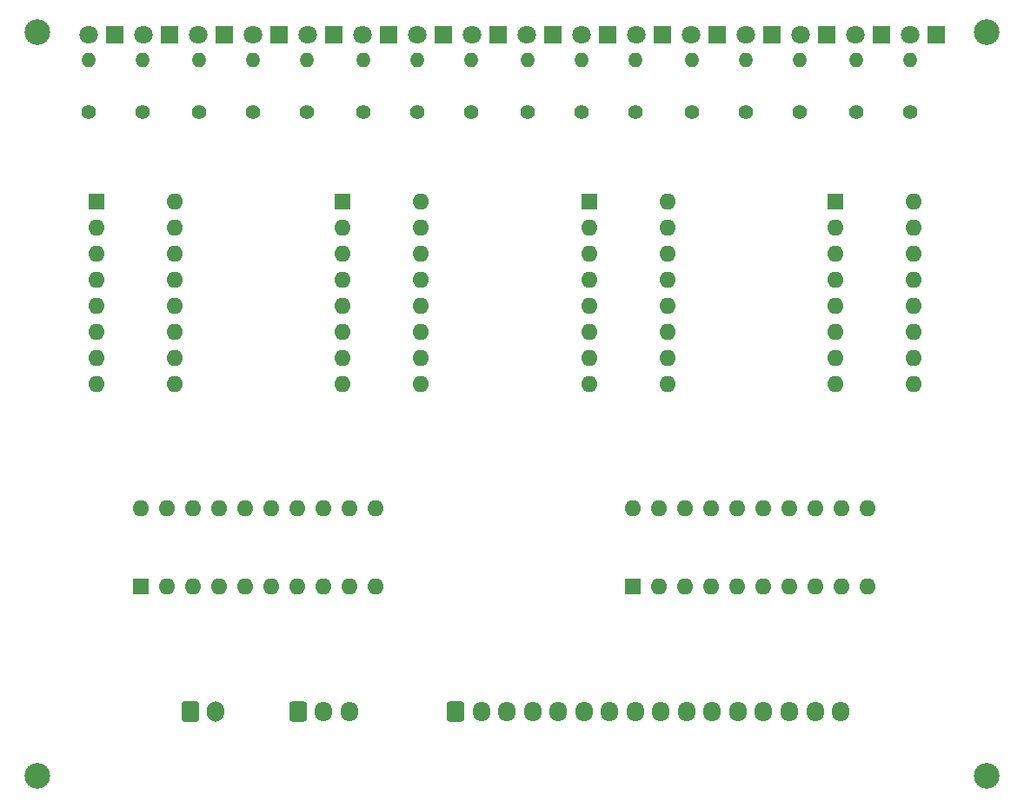
<source format=gbr>
%TF.GenerationSoftware,KiCad,Pcbnew,8.0.4*%
%TF.CreationDate,2024-08-27T00:00:19+03:00*%
%TF.ProjectId,SH8,5348382e-6b69-4636-9164-5f7063625858,rev?*%
%TF.SameCoordinates,Original*%
%TF.FileFunction,Soldermask,Top*%
%TF.FilePolarity,Negative*%
%FSLAX46Y46*%
G04 Gerber Fmt 4.6, Leading zero omitted, Abs format (unit mm)*
G04 Created by KiCad (PCBNEW 8.0.4) date 2024-08-27 00:00:19*
%MOMM*%
%LPD*%
G01*
G04 APERTURE LIST*
G04 Aperture macros list*
%AMRoundRect*
0 Rectangle with rounded corners*
0 $1 Rounding radius*
0 $2 $3 $4 $5 $6 $7 $8 $9 X,Y pos of 4 corners*
0 Add a 4 corners polygon primitive as box body*
4,1,4,$2,$3,$4,$5,$6,$7,$8,$9,$2,$3,0*
0 Add four circle primitives for the rounded corners*
1,1,$1+$1,$2,$3*
1,1,$1+$1,$4,$5*
1,1,$1+$1,$6,$7*
1,1,$1+$1,$8,$9*
0 Add four rect primitives between the rounded corners*
20,1,$1+$1,$2,$3,$4,$5,0*
20,1,$1+$1,$4,$5,$6,$7,0*
20,1,$1+$1,$6,$7,$8,$9,0*
20,1,$1+$1,$8,$9,$2,$3,0*%
G04 Aperture macros list end*
%ADD10C,1.400000*%
%ADD11O,1.400000X1.400000*%
%ADD12RoundRect,0.250000X-0.600000X-0.725000X0.600000X-0.725000X0.600000X0.725000X-0.600000X0.725000X0*%
%ADD13O,1.700000X1.950000*%
%ADD14R,1.800000X1.800000*%
%ADD15C,1.800000*%
%ADD16R,1.600000X1.600000*%
%ADD17O,1.600000X1.600000*%
%ADD18C,2.500000*%
%ADD19RoundRect,0.250000X-0.600000X-0.750000X0.600000X-0.750000X0.600000X0.750000X-0.600000X0.750000X0*%
%ADD20O,1.700000X2.000000*%
G04 APERTURE END LIST*
D10*
%TO.C,R15*%
X101000000Y-31330000D03*
D11*
X101000000Y-26250000D03*
%TD*%
D10*
%TO.C,R14*%
X95500000Y-31330000D03*
D11*
X95500000Y-26250000D03*
%TD*%
D10*
%TO.C,R5*%
X47500000Y-31330000D03*
D11*
X47500000Y-26250000D03*
%TD*%
D12*
%TO.C,J1*%
X62000000Y-89750000D03*
D13*
X64500000Y-89750000D03*
X67000000Y-89750000D03*
X69500000Y-89750000D03*
X72000000Y-89750000D03*
X74500000Y-89750000D03*
X77000000Y-89750000D03*
X79500000Y-89750000D03*
X82000000Y-89750000D03*
X84500000Y-89750000D03*
X87000000Y-89750000D03*
X89500000Y-89750000D03*
X92000000Y-89750000D03*
X94500000Y-89750000D03*
X97000000Y-89750000D03*
X99500000Y-89750000D03*
%TD*%
D14*
%TO.C,D12*%
X87441663Y-23750000D03*
D15*
X84901663Y-23750000D03*
%TD*%
D12*
%TO.C,J2*%
X46650000Y-89750000D03*
D13*
X49150000Y-89750000D03*
X51650000Y-89750000D03*
%TD*%
D14*
%TO.C,D11*%
X82108330Y-23750000D03*
D15*
X79568330Y-23750000D03*
%TD*%
D16*
%TO.C,U3*%
X27000000Y-40000000D03*
D17*
X27000000Y-42540000D03*
X27000000Y-45080000D03*
X27000000Y-47620000D03*
X27000000Y-50160000D03*
X27000000Y-52700000D03*
X27000000Y-55240000D03*
X27000000Y-57780000D03*
X34620000Y-57780000D03*
X34620000Y-55240000D03*
X34620000Y-52700000D03*
X34620000Y-50160000D03*
X34620000Y-47620000D03*
X34620000Y-45080000D03*
X34620000Y-42540000D03*
X34620000Y-40000000D03*
%TD*%
D14*
%TO.C,D16*%
X108775000Y-23750000D03*
D15*
X106235000Y-23750000D03*
%TD*%
D10*
%TO.C,R2*%
X31500000Y-31330000D03*
D11*
X31500000Y-26250000D03*
%TD*%
D10*
%TO.C,R4*%
X42250000Y-31330000D03*
D11*
X42250000Y-26250000D03*
%TD*%
D14*
%TO.C,D2*%
X34108333Y-23750000D03*
D15*
X31568333Y-23750000D03*
%TD*%
D18*
%TO.C,REF\u002A\u002A*%
X113750000Y-23500000D03*
%TD*%
D16*
%TO.C,U4*%
X51000000Y-40000000D03*
D17*
X51000000Y-42540000D03*
X51000000Y-45080000D03*
X51000000Y-47620000D03*
X51000000Y-50160000D03*
X51000000Y-52700000D03*
X51000000Y-55240000D03*
X51000000Y-57780000D03*
X58620000Y-57780000D03*
X58620000Y-55240000D03*
X58620000Y-52700000D03*
X58620000Y-50160000D03*
X58620000Y-47620000D03*
X58620000Y-45080000D03*
X58620000Y-42540000D03*
X58620000Y-40000000D03*
%TD*%
D16*
%TO.C,U5*%
X75000000Y-40000000D03*
D17*
X75000000Y-42540000D03*
X75000000Y-45080000D03*
X75000000Y-47620000D03*
X75000000Y-50160000D03*
X75000000Y-52700000D03*
X75000000Y-55240000D03*
X75000000Y-57780000D03*
X82620000Y-57780000D03*
X82620000Y-55240000D03*
X82620000Y-52700000D03*
X82620000Y-50160000D03*
X82620000Y-47620000D03*
X82620000Y-45080000D03*
X82620000Y-42540000D03*
X82620000Y-40000000D03*
%TD*%
D16*
%TO.C,U2*%
X31300000Y-77550000D03*
D17*
X33840000Y-77550000D03*
X36380000Y-77550000D03*
X38920000Y-77550000D03*
X41460000Y-77550000D03*
X44000000Y-77550000D03*
X46540000Y-77550000D03*
X49080000Y-77550000D03*
X51620000Y-77550000D03*
X54160000Y-77550000D03*
X54160000Y-69930000D03*
X51620000Y-69930000D03*
X49080000Y-69930000D03*
X46540000Y-69930000D03*
X44000000Y-69930000D03*
X41460000Y-69930000D03*
X38920000Y-69930000D03*
X36380000Y-69930000D03*
X33840000Y-69930000D03*
X31300000Y-69930000D03*
%TD*%
D10*
%TO.C,R11*%
X79500000Y-31290000D03*
D11*
X79500000Y-26210000D03*
%TD*%
D10*
%TO.C,R8*%
X63500000Y-31290000D03*
D11*
X63500000Y-26210000D03*
%TD*%
D18*
%TO.C,REF\u002A\u002A*%
X21250000Y-23500000D03*
%TD*%
D14*
%TO.C,D14*%
X98108329Y-23750000D03*
D15*
X95568329Y-23750000D03*
%TD*%
D14*
%TO.C,D15*%
X103441662Y-23750000D03*
D15*
X100901662Y-23750000D03*
%TD*%
D10*
%TO.C,R16*%
X106250000Y-31330000D03*
D11*
X106250000Y-26250000D03*
%TD*%
D14*
%TO.C,D7*%
X60774998Y-23750000D03*
D15*
X58234998Y-23750000D03*
%TD*%
D10*
%TO.C,R13*%
X90250000Y-31330000D03*
D11*
X90250000Y-26250000D03*
%TD*%
D14*
%TO.C,D13*%
X92774996Y-23750000D03*
D15*
X90234996Y-23750000D03*
%TD*%
D10*
%TO.C,R12*%
X85000000Y-31330000D03*
D11*
X85000000Y-26250000D03*
%TD*%
D14*
%TO.C,D3*%
X39441666Y-23750000D03*
D15*
X36901666Y-23750000D03*
%TD*%
D18*
%TO.C,REF\u002A\u002A*%
X21250000Y-96000000D03*
%TD*%
D16*
%TO.C,U6*%
X99000000Y-40000000D03*
D17*
X99000000Y-42540000D03*
X99000000Y-45080000D03*
X99000000Y-47620000D03*
X99000000Y-50160000D03*
X99000000Y-52700000D03*
X99000000Y-55240000D03*
X99000000Y-57780000D03*
X106620000Y-57780000D03*
X106620000Y-55240000D03*
X106620000Y-52700000D03*
X106620000Y-50160000D03*
X106620000Y-47620000D03*
X106620000Y-45080000D03*
X106620000Y-42540000D03*
X106620000Y-40000000D03*
%TD*%
D10*
%TO.C,R10*%
X74250000Y-31290000D03*
D11*
X74250000Y-26210000D03*
%TD*%
D14*
%TO.C,D5*%
X50108332Y-23750000D03*
D15*
X47568332Y-23750000D03*
%TD*%
D14*
%TO.C,D4*%
X44774999Y-23750000D03*
D15*
X42234999Y-23750000D03*
%TD*%
D19*
%TO.C,J3*%
X36150000Y-89750000D03*
D20*
X38650000Y-89750000D03*
%TD*%
D10*
%TO.C,R1*%
X26250000Y-31290000D03*
D11*
X26250000Y-26210000D03*
%TD*%
D10*
%TO.C,R6*%
X53000000Y-31330000D03*
D11*
X53000000Y-26250000D03*
%TD*%
D10*
%TO.C,R3*%
X37000000Y-31330000D03*
D11*
X37000000Y-26250000D03*
%TD*%
D14*
%TO.C,D10*%
X76774997Y-23750000D03*
D15*
X74234997Y-23750000D03*
%TD*%
D10*
%TO.C,R9*%
X69000000Y-31290000D03*
D11*
X69000000Y-26210000D03*
%TD*%
D14*
%TO.C,D6*%
X55441665Y-23750000D03*
D15*
X52901665Y-23750000D03*
%TD*%
D14*
%TO.C,D9*%
X71441664Y-23750000D03*
D15*
X68901664Y-23750000D03*
%TD*%
D18*
%TO.C,REF\u002A\u002A*%
X113750000Y-96000000D03*
%TD*%
D14*
%TO.C,D8*%
X66108331Y-23750000D03*
D15*
X63568331Y-23750000D03*
%TD*%
D14*
%TO.C,D1*%
X28775000Y-23750000D03*
D15*
X26235000Y-23750000D03*
%TD*%
D16*
%TO.C,U1*%
X79300000Y-77550000D03*
D17*
X81840000Y-77550000D03*
X84380000Y-77550000D03*
X86920000Y-77550000D03*
X89460000Y-77550000D03*
X92000000Y-77550000D03*
X94540000Y-77550000D03*
X97080000Y-77550000D03*
X99620000Y-77550000D03*
X102160000Y-77550000D03*
X102160000Y-69930000D03*
X99620000Y-69930000D03*
X97080000Y-69930000D03*
X94540000Y-69930000D03*
X92000000Y-69930000D03*
X89460000Y-69930000D03*
X86920000Y-69930000D03*
X84380000Y-69930000D03*
X81840000Y-69930000D03*
X79300000Y-69930000D03*
%TD*%
D10*
%TO.C,R7*%
X58250000Y-31330000D03*
D11*
X58250000Y-26250000D03*
%TD*%
M02*

</source>
